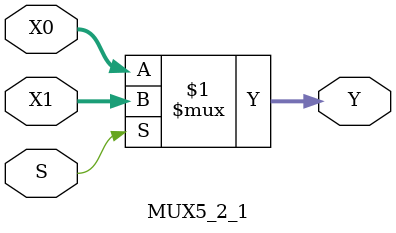
<source format=v>
`timescale 1ns / 1ps
module MUX5_2_1(
    input wire [4:0] X1, // 5
    input wire [4:0] X0, // 5
    input wire S,        // 
    output wire [4:0] Y  // 5
);

    assign Y = S ? X1 : X0;

endmodule
</source>
